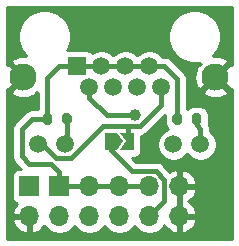
<source format=gbl>
G04 #@! TF.GenerationSoftware,KiCad,Pcbnew,(5.1.10)-1*
G04 #@! TF.CreationDate,2021-11-17T17:41:03-06:00*
G04 #@! TF.ProjectId,RJ45 Clearpath BOB,524a3435-2043-46c6-9561-727061746820,rev?*
G04 #@! TF.SameCoordinates,Original*
G04 #@! TF.FileFunction,Copper,L2,Bot*
G04 #@! TF.FilePolarity,Positive*
%FSLAX46Y46*%
G04 Gerber Fmt 4.6, Leading zero omitted, Abs format (unit mm)*
G04 Created by KiCad (PCBNEW (5.1.10)-1) date 2021-11-17 17:41:03*
%MOMM*%
%LPD*%
G01*
G04 APERTURE LIST*
G04 #@! TA.AperFunction,SMDPad,CuDef*
%ADD10C,0.150000*%
G04 #@! TD*
G04 #@! TA.AperFunction,ComponentPad*
%ADD11C,1.500000*%
G04 #@! TD*
G04 #@! TA.AperFunction,ComponentPad*
%ADD12C,2.300000*%
G04 #@! TD*
G04 #@! TA.AperFunction,ComponentPad*
%ADD13R,1.500000X1.500000*%
G04 #@! TD*
G04 #@! TA.AperFunction,ComponentPad*
%ADD14O,1.700000X1.700000*%
G04 #@! TD*
G04 #@! TA.AperFunction,ComponentPad*
%ADD15R,1.700000X1.700000*%
G04 #@! TD*
G04 #@! TA.AperFunction,ViaPad*
%ADD16C,1.000000*%
G04 #@! TD*
G04 #@! TA.AperFunction,Conductor*
%ADD17C,0.381000*%
G04 #@! TD*
G04 #@! TA.AperFunction,Conductor*
%ADD18C,0.254000*%
G04 #@! TD*
G04 #@! TA.AperFunction,Conductor*
%ADD19C,0.150000*%
G04 #@! TD*
G04 APERTURE END LIST*
G04 #@! TA.AperFunction,SMDPad,CuDef*
G36*
G01*
X231350000Y-104500000D02*
X231350000Y-105050000D01*
G75*
G02*
X231150000Y-105250000I-200000J0D01*
G01*
X230750000Y-105250000D01*
G75*
G02*
X230550000Y-105050000I0J200000D01*
G01*
X230550000Y-104500000D01*
G75*
G02*
X230750000Y-104300000I200000J0D01*
G01*
X231150000Y-104300000D01*
G75*
G02*
X231350000Y-104500000I0J-200000D01*
G01*
G37*
G04 #@! TD.AperFunction*
G04 #@! TA.AperFunction,SMDPad,CuDef*
G36*
G01*
X233000000Y-104500000D02*
X233000000Y-105050000D01*
G75*
G02*
X232800000Y-105250000I-200000J0D01*
G01*
X232400000Y-105250000D01*
G75*
G02*
X232200000Y-105050000I0J200000D01*
G01*
X232200000Y-104500000D01*
G75*
G02*
X232400000Y-104300000I200000J0D01*
G01*
X232800000Y-104300000D01*
G75*
G02*
X233000000Y-104500000I0J-200000D01*
G01*
G37*
G04 #@! TD.AperFunction*
G04 #@! TA.AperFunction,SMDPad,CuDef*
G36*
G01*
X220365000Y-104500000D02*
X220365000Y-105050000D01*
G75*
G02*
X220165000Y-105250000I-200000J0D01*
G01*
X219765000Y-105250000D01*
G75*
G02*
X219565000Y-105050000I0J200000D01*
G01*
X219565000Y-104500000D01*
G75*
G02*
X219765000Y-104300000I200000J0D01*
G01*
X220165000Y-104300000D01*
G75*
G02*
X220365000Y-104500000I0J-200000D01*
G01*
G37*
G04 #@! TD.AperFunction*
G04 #@! TA.AperFunction,SMDPad,CuDef*
G36*
G01*
X222015000Y-104500000D02*
X222015000Y-105050000D01*
G75*
G02*
X221815000Y-105250000I-200000J0D01*
G01*
X221415000Y-105250000D01*
G75*
G02*
X221215000Y-105050000I0J200000D01*
G01*
X221215000Y-104500000D01*
G75*
G02*
X221415000Y-104300000I200000J0D01*
G01*
X221815000Y-104300000D01*
G75*
G02*
X222015000Y-104500000I0J-200000D01*
G01*
G37*
G04 #@! TD.AperFunction*
G04 #@! TA.AperFunction,SMDPad,CuDef*
D10*
G36*
X226335000Y-106680000D02*
G01*
X225835000Y-107430000D01*
X224835000Y-107430000D01*
X224835000Y-105930000D01*
X225835000Y-105930000D01*
X226335000Y-106680000D01*
G37*
G04 #@! TD.AperFunction*
G04 #@! TA.AperFunction,SMDPad,CuDef*
G36*
X227285000Y-107430000D02*
G01*
X226135000Y-107430000D01*
X226635000Y-106680000D01*
X226135000Y-105930000D01*
X227285000Y-105930000D01*
X227285000Y-107430000D01*
G37*
G04 #@! TD.AperFunction*
D11*
X232920000Y-106930000D03*
X230630000Y-106930000D03*
X221490000Y-106930000D03*
X219200000Y-106930000D03*
D12*
X217930000Y-101220000D03*
X234190000Y-101220000D03*
D11*
X229612000Y-102110000D03*
X227580000Y-102110000D03*
X225548000Y-102110000D03*
X223516000Y-102110000D03*
X228596000Y-100330000D03*
X226564000Y-100330000D03*
X224532000Y-100330000D03*
D13*
X222500000Y-100330000D03*
D14*
X231140000Y-113030000D03*
X231140000Y-110490000D03*
X228600000Y-113030000D03*
X228600000Y-110490000D03*
X226060000Y-113030000D03*
X226060000Y-110490000D03*
X223520000Y-113030000D03*
X223520000Y-110490000D03*
X220980000Y-113030000D03*
D15*
X220980000Y-110490000D03*
D14*
X218440000Y-113030000D03*
D15*
X218440000Y-110490000D03*
D16*
X228600000Y-107950000D03*
X223520000Y-96520000D03*
X228600000Y-96520000D03*
X227340000Y-104470000D03*
D17*
X219472672Y-106930000D02*
X219200000Y-106930000D01*
X220667672Y-108125000D02*
X219472672Y-106930000D01*
X221982942Y-108125000D02*
X220667672Y-108125000D01*
X224707942Y-105400000D02*
X221982942Y-108125000D01*
X226785000Y-105400000D02*
X224707942Y-105400000D01*
X226785000Y-106680000D02*
X226785000Y-105400000D01*
X229612000Y-102110000D02*
X229612000Y-103595942D01*
X229612000Y-103595942D02*
X227807441Y-105400501D01*
X227807441Y-105400501D02*
X226785501Y-105400501D01*
X226785501Y-105400501D02*
X226785000Y-105400000D01*
X229875000Y-111755000D02*
X228600000Y-113030000D01*
X229875000Y-109929058D02*
X229875000Y-111755000D01*
X229170942Y-109225000D02*
X229875000Y-109929058D01*
X227130000Y-109225000D02*
X229170942Y-109225000D01*
X225335000Y-107430000D02*
X227130000Y-109225000D01*
X225335000Y-106680000D02*
X225335000Y-107430000D01*
X228596000Y-100330000D02*
X226564000Y-100330000D01*
X224532000Y-100330000D02*
X226564000Y-100330000D01*
X224532000Y-100330000D02*
X222500000Y-100330000D01*
X220980000Y-110490000D02*
X223520000Y-110490000D01*
X223520000Y-110490000D02*
X226060000Y-110490000D01*
X226060000Y-110490000D02*
X228600000Y-110490000D01*
X219965000Y-101345000D02*
X219965000Y-104775000D01*
X220980000Y-100330000D02*
X219965000Y-101345000D01*
X222500000Y-100330000D02*
X220980000Y-100330000D01*
X230950000Y-101410000D02*
X230950000Y-104775000D01*
X229870000Y-100330000D02*
X230950000Y-101410000D01*
X228596000Y-100330000D02*
X229870000Y-100330000D01*
X218685000Y-104775000D02*
X219965000Y-104775000D01*
X217805000Y-105655000D02*
X218685000Y-104775000D01*
X218440000Y-108585000D02*
X217805000Y-107950000D01*
X220306000Y-108585000D02*
X218440000Y-108585000D01*
X217805000Y-107950000D02*
X217805000Y-105655000D01*
X220980000Y-109259000D02*
X220306000Y-108585000D01*
X220980000Y-110490000D02*
X220980000Y-109259000D01*
X223516000Y-102966000D02*
X225020000Y-104470000D01*
X225020000Y-104470000D02*
X227340000Y-104470000D01*
X223516000Y-102110000D02*
X223516000Y-102966000D01*
X232600000Y-105325000D02*
X232600000Y-104775000D01*
X232900000Y-105625000D02*
X232600000Y-105325000D01*
X232900000Y-106910000D02*
X232900000Y-105625000D01*
X232920000Y-106930000D02*
X232900000Y-106910000D01*
X221615000Y-106805000D02*
X221490000Y-106930000D01*
X221615000Y-104775000D02*
X221615000Y-106805000D01*
D18*
X235560001Y-100209214D02*
X235432349Y-100157256D01*
X234369605Y-101220000D01*
X235432349Y-102282744D01*
X235560001Y-102230786D01*
X235560000Y-114910000D01*
X216560000Y-114910000D01*
X216560000Y-113386890D01*
X216998524Y-113386890D01*
X217043175Y-113534099D01*
X217168359Y-113796920D01*
X217342412Y-114030269D01*
X217558645Y-114225178D01*
X217808748Y-114374157D01*
X218083109Y-114471481D01*
X218313000Y-114350814D01*
X218313000Y-113157000D01*
X217119845Y-113157000D01*
X216998524Y-113386890D01*
X216560000Y-113386890D01*
X216560000Y-102230787D01*
X216687651Y-102282744D01*
X217750395Y-101220000D01*
X216687651Y-100157256D01*
X216560000Y-100209213D01*
X216560000Y-99977651D01*
X216867256Y-99977651D01*
X217930000Y-101040395D01*
X217944143Y-101026253D01*
X218123748Y-101205858D01*
X218109605Y-101220000D01*
X218123748Y-101234143D01*
X217944143Y-101413748D01*
X217930000Y-101399605D01*
X216867256Y-102462349D01*
X216981118Y-102742090D01*
X217296296Y-102897961D01*
X217635826Y-102989349D01*
X217986661Y-103012741D01*
X218335319Y-102967240D01*
X218668400Y-102854594D01*
X218878882Y-102742090D01*
X218992743Y-102462351D01*
X219108054Y-102577662D01*
X219139500Y-102546216D01*
X219139501Y-103947474D01*
X219137838Y-103949500D01*
X218725550Y-103949500D01*
X218685000Y-103945506D01*
X218644449Y-103949500D01*
X218644447Y-103949500D01*
X218523174Y-103961444D01*
X218367566Y-104008647D01*
X218224157Y-104085301D01*
X218162596Y-104135823D01*
X218098459Y-104188459D01*
X218072606Y-104219961D01*
X217249961Y-105042607D01*
X217218460Y-105068459D01*
X217192609Y-105099959D01*
X217115301Y-105194158D01*
X217038647Y-105337567D01*
X216991445Y-105493174D01*
X216975506Y-105655000D01*
X216979501Y-105695560D01*
X216979500Y-107909449D01*
X216975506Y-107950000D01*
X216979500Y-107990550D01*
X216979500Y-107990552D01*
X216991444Y-108111825D01*
X217031404Y-108243556D01*
X217038647Y-108267433D01*
X217115301Y-108410842D01*
X217149214Y-108452165D01*
X217218459Y-108536541D01*
X217249965Y-108562397D01*
X217689495Y-109001928D01*
X217590000Y-109001928D01*
X217465518Y-109014188D01*
X217345820Y-109050498D01*
X217235506Y-109109463D01*
X217138815Y-109188815D01*
X217059463Y-109285506D01*
X217000498Y-109395820D01*
X216964188Y-109515518D01*
X216951928Y-109640000D01*
X216951928Y-111340000D01*
X216964188Y-111464482D01*
X217000498Y-111584180D01*
X217059463Y-111694494D01*
X217138815Y-111791185D01*
X217235506Y-111870537D01*
X217345820Y-111929502D01*
X217426466Y-111953966D01*
X217342412Y-112029731D01*
X217168359Y-112263080D01*
X217043175Y-112525901D01*
X216998524Y-112673110D01*
X217119845Y-112903000D01*
X218313000Y-112903000D01*
X218313000Y-112883000D01*
X218567000Y-112883000D01*
X218567000Y-112903000D01*
X218587000Y-112903000D01*
X218587000Y-113157000D01*
X218567000Y-113157000D01*
X218567000Y-114350814D01*
X218796891Y-114471481D01*
X219071252Y-114374157D01*
X219321355Y-114225178D01*
X219537588Y-114030269D01*
X219708900Y-113800594D01*
X219826525Y-113976632D01*
X220033368Y-114183475D01*
X220276589Y-114345990D01*
X220546842Y-114457932D01*
X220833740Y-114515000D01*
X221126260Y-114515000D01*
X221413158Y-114457932D01*
X221683411Y-114345990D01*
X221926632Y-114183475D01*
X222133475Y-113976632D01*
X222250000Y-113802240D01*
X222366525Y-113976632D01*
X222573368Y-114183475D01*
X222816589Y-114345990D01*
X223086842Y-114457932D01*
X223373740Y-114515000D01*
X223666260Y-114515000D01*
X223953158Y-114457932D01*
X224223411Y-114345990D01*
X224466632Y-114183475D01*
X224673475Y-113976632D01*
X224790000Y-113802240D01*
X224906525Y-113976632D01*
X225113368Y-114183475D01*
X225356589Y-114345990D01*
X225626842Y-114457932D01*
X225913740Y-114515000D01*
X226206260Y-114515000D01*
X226493158Y-114457932D01*
X226763411Y-114345990D01*
X227006632Y-114183475D01*
X227213475Y-113976632D01*
X227330000Y-113802240D01*
X227446525Y-113976632D01*
X227653368Y-114183475D01*
X227896589Y-114345990D01*
X228166842Y-114457932D01*
X228453740Y-114515000D01*
X228746260Y-114515000D01*
X229033158Y-114457932D01*
X229303411Y-114345990D01*
X229546632Y-114183475D01*
X229753475Y-113976632D01*
X229875195Y-113794466D01*
X229944822Y-113911355D01*
X230139731Y-114127588D01*
X230373080Y-114301641D01*
X230635901Y-114426825D01*
X230783110Y-114471476D01*
X231013000Y-114350155D01*
X231013000Y-113157000D01*
X231267000Y-113157000D01*
X231267000Y-114350155D01*
X231496890Y-114471476D01*
X231644099Y-114426825D01*
X231906920Y-114301641D01*
X232140269Y-114127588D01*
X232335178Y-113911355D01*
X232484157Y-113661252D01*
X232581481Y-113386891D01*
X232460814Y-113157000D01*
X231267000Y-113157000D01*
X231013000Y-113157000D01*
X230993000Y-113157000D01*
X230993000Y-112903000D01*
X231013000Y-112903000D01*
X231013000Y-110617000D01*
X231267000Y-110617000D01*
X231267000Y-112903000D01*
X232460814Y-112903000D01*
X232581481Y-112673109D01*
X232484157Y-112398748D01*
X232335178Y-112148645D01*
X232140269Y-111932412D01*
X231909120Y-111760000D01*
X232140269Y-111587588D01*
X232335178Y-111371355D01*
X232484157Y-111121252D01*
X232581481Y-110846891D01*
X232460814Y-110617000D01*
X231267000Y-110617000D01*
X231013000Y-110617000D01*
X230993000Y-110617000D01*
X230993000Y-110363000D01*
X231013000Y-110363000D01*
X231013000Y-109169845D01*
X231267000Y-109169845D01*
X231267000Y-110363000D01*
X232460814Y-110363000D01*
X232581481Y-110133109D01*
X232484157Y-109858748D01*
X232335178Y-109608645D01*
X232140269Y-109392412D01*
X231906920Y-109218359D01*
X231644099Y-109093175D01*
X231496890Y-109048524D01*
X231267000Y-109169845D01*
X231013000Y-109169845D01*
X230783110Y-109048524D01*
X230635901Y-109093175D01*
X230373080Y-109218359D01*
X230349398Y-109236023D01*
X229783340Y-108669966D01*
X229757483Y-108638459D01*
X229631784Y-108535301D01*
X229488376Y-108458647D01*
X229332768Y-108411444D01*
X229211495Y-108399500D01*
X229211492Y-108399500D01*
X229170942Y-108395506D01*
X229130392Y-108399500D01*
X227471933Y-108399500D01*
X227140505Y-108068072D01*
X227285000Y-108068072D01*
X227409482Y-108055812D01*
X227529180Y-108019502D01*
X227639494Y-107960537D01*
X227736185Y-107881185D01*
X227815537Y-107784494D01*
X227874502Y-107674180D01*
X227910812Y-107554482D01*
X227923072Y-107430000D01*
X227923072Y-106218607D01*
X227969267Y-106214057D01*
X228124875Y-106166854D01*
X228268283Y-106090200D01*
X228393982Y-105987042D01*
X228419839Y-105955535D01*
X229915921Y-104459454D01*
X229911928Y-104500000D01*
X229911928Y-105050000D01*
X229928031Y-105213500D01*
X229975722Y-105370716D01*
X230053169Y-105515608D01*
X230147619Y-105630696D01*
X229973957Y-105702629D01*
X229747114Y-105854201D01*
X229554201Y-106047114D01*
X229402629Y-106273957D01*
X229298225Y-106526011D01*
X229245000Y-106793589D01*
X229245000Y-107066411D01*
X229298225Y-107333989D01*
X229402629Y-107586043D01*
X229554201Y-107812886D01*
X229747114Y-108005799D01*
X229973957Y-108157371D01*
X230226011Y-108261775D01*
X230493589Y-108315000D01*
X230766411Y-108315000D01*
X231033989Y-108261775D01*
X231286043Y-108157371D01*
X231512886Y-108005799D01*
X231705799Y-107812886D01*
X231775000Y-107709320D01*
X231844201Y-107812886D01*
X232037114Y-108005799D01*
X232263957Y-108157371D01*
X232516011Y-108261775D01*
X232783589Y-108315000D01*
X233056411Y-108315000D01*
X233323989Y-108261775D01*
X233576043Y-108157371D01*
X233802886Y-108005799D01*
X233995799Y-107812886D01*
X234147371Y-107586043D01*
X234251775Y-107333989D01*
X234305000Y-107066411D01*
X234305000Y-106793589D01*
X234251775Y-106526011D01*
X234147371Y-106273957D01*
X233995799Y-106047114D01*
X233802886Y-105854201D01*
X233725500Y-105802493D01*
X233725500Y-105665550D01*
X233729494Y-105624999D01*
X233721615Y-105545000D01*
X233713556Y-105463174D01*
X233666353Y-105307566D01*
X233619834Y-105220537D01*
X233621969Y-105213500D01*
X233638072Y-105050000D01*
X233638072Y-104500000D01*
X233621969Y-104336500D01*
X233574278Y-104179284D01*
X233496831Y-104034392D01*
X233392606Y-103907394D01*
X233265608Y-103803169D01*
X233120716Y-103725722D01*
X232963500Y-103678031D01*
X232800000Y-103661928D01*
X232400000Y-103661928D01*
X232236500Y-103678031D01*
X232079284Y-103725722D01*
X231934392Y-103803169D01*
X231807394Y-103907394D01*
X231775500Y-103946257D01*
X231775500Y-102462349D01*
X233127256Y-102462349D01*
X233241118Y-102742090D01*
X233556296Y-102897961D01*
X233895826Y-102989349D01*
X234246661Y-103012741D01*
X234595319Y-102967240D01*
X234928400Y-102854594D01*
X235138882Y-102742090D01*
X235252744Y-102462349D01*
X234190000Y-101399605D01*
X233127256Y-102462349D01*
X231775500Y-102462349D01*
X231775500Y-101450550D01*
X231779494Y-101410000D01*
X231772959Y-101343647D01*
X231763556Y-101248174D01*
X231716353Y-101092566D01*
X231681610Y-101027567D01*
X231639699Y-100949157D01*
X231562392Y-100854958D01*
X231562389Y-100854955D01*
X231536541Y-100823459D01*
X231505046Y-100797612D01*
X230482398Y-99774965D01*
X230456541Y-99743459D01*
X230330842Y-99640301D01*
X230187434Y-99563647D01*
X230031826Y-99516444D01*
X229910553Y-99504500D01*
X229910550Y-99504500D01*
X229870000Y-99500506D01*
X229829450Y-99504500D01*
X229710143Y-99504500D01*
X229671799Y-99447114D01*
X229478886Y-99254201D01*
X229252043Y-99102629D01*
X228999989Y-98998225D01*
X228732411Y-98945000D01*
X228459589Y-98945000D01*
X228192011Y-98998225D01*
X227939957Y-99102629D01*
X227713114Y-99254201D01*
X227580000Y-99387315D01*
X227446886Y-99254201D01*
X227220043Y-99102629D01*
X226967989Y-98998225D01*
X226700411Y-98945000D01*
X226427589Y-98945000D01*
X226160011Y-98998225D01*
X225907957Y-99102629D01*
X225681114Y-99254201D01*
X225548000Y-99387315D01*
X225414886Y-99254201D01*
X225188043Y-99102629D01*
X224935989Y-98998225D01*
X224668411Y-98945000D01*
X224395589Y-98945000D01*
X224128011Y-98998225D01*
X223875957Y-99102629D01*
X223749202Y-99187324D01*
X223701185Y-99128815D01*
X223604494Y-99049463D01*
X223494180Y-98990498D01*
X223374482Y-98954188D01*
X223250000Y-98941928D01*
X221750000Y-98941928D01*
X221651931Y-98951587D01*
X221712786Y-98860511D01*
X221883149Y-98449218D01*
X221970000Y-98012591D01*
X221970000Y-97567409D01*
X230150000Y-97567409D01*
X230150000Y-98012591D01*
X230236851Y-98449218D01*
X230407214Y-98860511D01*
X230654544Y-99230666D01*
X230969334Y-99545456D01*
X231339489Y-99792786D01*
X231750782Y-99963149D01*
X232187409Y-100050000D01*
X232632591Y-100050000D01*
X232871882Y-100002402D01*
X232832338Y-100041946D01*
X232947649Y-100157257D01*
X232667910Y-100271118D01*
X232512039Y-100586296D01*
X232420651Y-100925826D01*
X232397259Y-101276661D01*
X232442760Y-101625319D01*
X232555406Y-101958400D01*
X232667910Y-102168882D01*
X232947651Y-102282744D01*
X234010395Y-101220000D01*
X233996253Y-101205858D01*
X234175858Y-101026253D01*
X234190000Y-101040395D01*
X235252744Y-99977651D01*
X235138882Y-99697910D01*
X234823704Y-99542039D01*
X234484174Y-99450651D01*
X234133339Y-99427259D01*
X233944177Y-99451945D01*
X234165456Y-99230666D01*
X234412786Y-98860511D01*
X234583149Y-98449218D01*
X234670000Y-98012591D01*
X234670000Y-97567409D01*
X234583149Y-97130782D01*
X234412786Y-96719489D01*
X234165456Y-96349334D01*
X233850666Y-96034544D01*
X233480511Y-95787214D01*
X233069218Y-95616851D01*
X232632591Y-95530000D01*
X232187409Y-95530000D01*
X231750782Y-95616851D01*
X231339489Y-95787214D01*
X230969334Y-96034544D01*
X230654544Y-96349334D01*
X230407214Y-96719489D01*
X230236851Y-97130782D01*
X230150000Y-97567409D01*
X221970000Y-97567409D01*
X221883149Y-97130782D01*
X221712786Y-96719489D01*
X221465456Y-96349334D01*
X221150666Y-96034544D01*
X220780511Y-95787214D01*
X220369218Y-95616851D01*
X219932591Y-95530000D01*
X219487409Y-95530000D01*
X219050782Y-95616851D01*
X218639489Y-95787214D01*
X218269334Y-96034544D01*
X217954544Y-96349334D01*
X217707214Y-96719489D01*
X217536851Y-97130782D01*
X217450000Y-97567409D01*
X217450000Y-98012591D01*
X217536851Y-98449218D01*
X217707214Y-98860511D01*
X217954544Y-99230666D01*
X218170982Y-99447104D01*
X217873339Y-99427259D01*
X217524681Y-99472760D01*
X217191600Y-99585406D01*
X216981118Y-99697910D01*
X216867256Y-99977651D01*
X216560000Y-99977651D01*
X216560000Y-95275000D01*
X235560001Y-95275000D01*
X235560001Y-100209214D01*
G04 #@! TA.AperFunction,Conductor*
D19*
G36*
X235560001Y-100209214D02*
G01*
X235432349Y-100157256D01*
X234369605Y-101220000D01*
X235432349Y-102282744D01*
X235560001Y-102230786D01*
X235560000Y-114910000D01*
X216560000Y-114910000D01*
X216560000Y-113386890D01*
X216998524Y-113386890D01*
X217043175Y-113534099D01*
X217168359Y-113796920D01*
X217342412Y-114030269D01*
X217558645Y-114225178D01*
X217808748Y-114374157D01*
X218083109Y-114471481D01*
X218313000Y-114350814D01*
X218313000Y-113157000D01*
X217119845Y-113157000D01*
X216998524Y-113386890D01*
X216560000Y-113386890D01*
X216560000Y-102230787D01*
X216687651Y-102282744D01*
X217750395Y-101220000D01*
X216687651Y-100157256D01*
X216560000Y-100209213D01*
X216560000Y-99977651D01*
X216867256Y-99977651D01*
X217930000Y-101040395D01*
X217944143Y-101026253D01*
X218123748Y-101205858D01*
X218109605Y-101220000D01*
X218123748Y-101234143D01*
X217944143Y-101413748D01*
X217930000Y-101399605D01*
X216867256Y-102462349D01*
X216981118Y-102742090D01*
X217296296Y-102897961D01*
X217635826Y-102989349D01*
X217986661Y-103012741D01*
X218335319Y-102967240D01*
X218668400Y-102854594D01*
X218878882Y-102742090D01*
X218992743Y-102462351D01*
X219108054Y-102577662D01*
X219139500Y-102546216D01*
X219139501Y-103947474D01*
X219137838Y-103949500D01*
X218725550Y-103949500D01*
X218685000Y-103945506D01*
X218644449Y-103949500D01*
X218644447Y-103949500D01*
X218523174Y-103961444D01*
X218367566Y-104008647D01*
X218224157Y-104085301D01*
X218162596Y-104135823D01*
X218098459Y-104188459D01*
X218072606Y-104219961D01*
X217249961Y-105042607D01*
X217218460Y-105068459D01*
X217192609Y-105099959D01*
X217115301Y-105194158D01*
X217038647Y-105337567D01*
X216991445Y-105493174D01*
X216975506Y-105655000D01*
X216979501Y-105695560D01*
X216979500Y-107909449D01*
X216975506Y-107950000D01*
X216979500Y-107990550D01*
X216979500Y-107990552D01*
X216991444Y-108111825D01*
X217031404Y-108243556D01*
X217038647Y-108267433D01*
X217115301Y-108410842D01*
X217149214Y-108452165D01*
X217218459Y-108536541D01*
X217249965Y-108562397D01*
X217689495Y-109001928D01*
X217590000Y-109001928D01*
X217465518Y-109014188D01*
X217345820Y-109050498D01*
X217235506Y-109109463D01*
X217138815Y-109188815D01*
X217059463Y-109285506D01*
X217000498Y-109395820D01*
X216964188Y-109515518D01*
X216951928Y-109640000D01*
X216951928Y-111340000D01*
X216964188Y-111464482D01*
X217000498Y-111584180D01*
X217059463Y-111694494D01*
X217138815Y-111791185D01*
X217235506Y-111870537D01*
X217345820Y-111929502D01*
X217426466Y-111953966D01*
X217342412Y-112029731D01*
X217168359Y-112263080D01*
X217043175Y-112525901D01*
X216998524Y-112673110D01*
X217119845Y-112903000D01*
X218313000Y-112903000D01*
X218313000Y-112883000D01*
X218567000Y-112883000D01*
X218567000Y-112903000D01*
X218587000Y-112903000D01*
X218587000Y-113157000D01*
X218567000Y-113157000D01*
X218567000Y-114350814D01*
X218796891Y-114471481D01*
X219071252Y-114374157D01*
X219321355Y-114225178D01*
X219537588Y-114030269D01*
X219708900Y-113800594D01*
X219826525Y-113976632D01*
X220033368Y-114183475D01*
X220276589Y-114345990D01*
X220546842Y-114457932D01*
X220833740Y-114515000D01*
X221126260Y-114515000D01*
X221413158Y-114457932D01*
X221683411Y-114345990D01*
X221926632Y-114183475D01*
X222133475Y-113976632D01*
X222250000Y-113802240D01*
X222366525Y-113976632D01*
X222573368Y-114183475D01*
X222816589Y-114345990D01*
X223086842Y-114457932D01*
X223373740Y-114515000D01*
X223666260Y-114515000D01*
X223953158Y-114457932D01*
X224223411Y-114345990D01*
X224466632Y-114183475D01*
X224673475Y-113976632D01*
X224790000Y-113802240D01*
X224906525Y-113976632D01*
X225113368Y-114183475D01*
X225356589Y-114345990D01*
X225626842Y-114457932D01*
X225913740Y-114515000D01*
X226206260Y-114515000D01*
X226493158Y-114457932D01*
X226763411Y-114345990D01*
X227006632Y-114183475D01*
X227213475Y-113976632D01*
X227330000Y-113802240D01*
X227446525Y-113976632D01*
X227653368Y-114183475D01*
X227896589Y-114345990D01*
X228166842Y-114457932D01*
X228453740Y-114515000D01*
X228746260Y-114515000D01*
X229033158Y-114457932D01*
X229303411Y-114345990D01*
X229546632Y-114183475D01*
X229753475Y-113976632D01*
X229875195Y-113794466D01*
X229944822Y-113911355D01*
X230139731Y-114127588D01*
X230373080Y-114301641D01*
X230635901Y-114426825D01*
X230783110Y-114471476D01*
X231013000Y-114350155D01*
X231013000Y-113157000D01*
X231267000Y-113157000D01*
X231267000Y-114350155D01*
X231496890Y-114471476D01*
X231644099Y-114426825D01*
X231906920Y-114301641D01*
X232140269Y-114127588D01*
X232335178Y-113911355D01*
X232484157Y-113661252D01*
X232581481Y-113386891D01*
X232460814Y-113157000D01*
X231267000Y-113157000D01*
X231013000Y-113157000D01*
X230993000Y-113157000D01*
X230993000Y-112903000D01*
X231013000Y-112903000D01*
X231013000Y-110617000D01*
X231267000Y-110617000D01*
X231267000Y-112903000D01*
X232460814Y-112903000D01*
X232581481Y-112673109D01*
X232484157Y-112398748D01*
X232335178Y-112148645D01*
X232140269Y-111932412D01*
X231909120Y-111760000D01*
X232140269Y-111587588D01*
X232335178Y-111371355D01*
X232484157Y-111121252D01*
X232581481Y-110846891D01*
X232460814Y-110617000D01*
X231267000Y-110617000D01*
X231013000Y-110617000D01*
X230993000Y-110617000D01*
X230993000Y-110363000D01*
X231013000Y-110363000D01*
X231013000Y-109169845D01*
X231267000Y-109169845D01*
X231267000Y-110363000D01*
X232460814Y-110363000D01*
X232581481Y-110133109D01*
X232484157Y-109858748D01*
X232335178Y-109608645D01*
X232140269Y-109392412D01*
X231906920Y-109218359D01*
X231644099Y-109093175D01*
X231496890Y-109048524D01*
X231267000Y-109169845D01*
X231013000Y-109169845D01*
X230783110Y-109048524D01*
X230635901Y-109093175D01*
X230373080Y-109218359D01*
X230349398Y-109236023D01*
X229783340Y-108669966D01*
X229757483Y-108638459D01*
X229631784Y-108535301D01*
X229488376Y-108458647D01*
X229332768Y-108411444D01*
X229211495Y-108399500D01*
X229211492Y-108399500D01*
X229170942Y-108395506D01*
X229130392Y-108399500D01*
X227471933Y-108399500D01*
X227140505Y-108068072D01*
X227285000Y-108068072D01*
X227409482Y-108055812D01*
X227529180Y-108019502D01*
X227639494Y-107960537D01*
X227736185Y-107881185D01*
X227815537Y-107784494D01*
X227874502Y-107674180D01*
X227910812Y-107554482D01*
X227923072Y-107430000D01*
X227923072Y-106218607D01*
X227969267Y-106214057D01*
X228124875Y-106166854D01*
X228268283Y-106090200D01*
X228393982Y-105987042D01*
X228419839Y-105955535D01*
X229915921Y-104459454D01*
X229911928Y-104500000D01*
X229911928Y-105050000D01*
X229928031Y-105213500D01*
X229975722Y-105370716D01*
X230053169Y-105515608D01*
X230147619Y-105630696D01*
X229973957Y-105702629D01*
X229747114Y-105854201D01*
X229554201Y-106047114D01*
X229402629Y-106273957D01*
X229298225Y-106526011D01*
X229245000Y-106793589D01*
X229245000Y-107066411D01*
X229298225Y-107333989D01*
X229402629Y-107586043D01*
X229554201Y-107812886D01*
X229747114Y-108005799D01*
X229973957Y-108157371D01*
X230226011Y-108261775D01*
X230493589Y-108315000D01*
X230766411Y-108315000D01*
X231033989Y-108261775D01*
X231286043Y-108157371D01*
X231512886Y-108005799D01*
X231705799Y-107812886D01*
X231775000Y-107709320D01*
X231844201Y-107812886D01*
X232037114Y-108005799D01*
X232263957Y-108157371D01*
X232516011Y-108261775D01*
X232783589Y-108315000D01*
X233056411Y-108315000D01*
X233323989Y-108261775D01*
X233576043Y-108157371D01*
X233802886Y-108005799D01*
X233995799Y-107812886D01*
X234147371Y-107586043D01*
X234251775Y-107333989D01*
X234305000Y-107066411D01*
X234305000Y-106793589D01*
X234251775Y-106526011D01*
X234147371Y-106273957D01*
X233995799Y-106047114D01*
X233802886Y-105854201D01*
X233725500Y-105802493D01*
X233725500Y-105665550D01*
X233729494Y-105624999D01*
X233721615Y-105545000D01*
X233713556Y-105463174D01*
X233666353Y-105307566D01*
X233619834Y-105220537D01*
X233621969Y-105213500D01*
X233638072Y-105050000D01*
X233638072Y-104500000D01*
X233621969Y-104336500D01*
X233574278Y-104179284D01*
X233496831Y-104034392D01*
X233392606Y-103907394D01*
X233265608Y-103803169D01*
X233120716Y-103725722D01*
X232963500Y-103678031D01*
X232800000Y-103661928D01*
X232400000Y-103661928D01*
X232236500Y-103678031D01*
X232079284Y-103725722D01*
X231934392Y-103803169D01*
X231807394Y-103907394D01*
X231775500Y-103946257D01*
X231775500Y-102462349D01*
X233127256Y-102462349D01*
X233241118Y-102742090D01*
X233556296Y-102897961D01*
X233895826Y-102989349D01*
X234246661Y-103012741D01*
X234595319Y-102967240D01*
X234928400Y-102854594D01*
X235138882Y-102742090D01*
X235252744Y-102462349D01*
X234190000Y-101399605D01*
X233127256Y-102462349D01*
X231775500Y-102462349D01*
X231775500Y-101450550D01*
X231779494Y-101410000D01*
X231772959Y-101343647D01*
X231763556Y-101248174D01*
X231716353Y-101092566D01*
X231681610Y-101027567D01*
X231639699Y-100949157D01*
X231562392Y-100854958D01*
X231562389Y-100854955D01*
X231536541Y-100823459D01*
X231505046Y-100797612D01*
X230482398Y-99774965D01*
X230456541Y-99743459D01*
X230330842Y-99640301D01*
X230187434Y-99563647D01*
X230031826Y-99516444D01*
X229910553Y-99504500D01*
X229910550Y-99504500D01*
X229870000Y-99500506D01*
X229829450Y-99504500D01*
X229710143Y-99504500D01*
X229671799Y-99447114D01*
X229478886Y-99254201D01*
X229252043Y-99102629D01*
X228999989Y-98998225D01*
X228732411Y-98945000D01*
X228459589Y-98945000D01*
X228192011Y-98998225D01*
X227939957Y-99102629D01*
X227713114Y-99254201D01*
X227580000Y-99387315D01*
X227446886Y-99254201D01*
X227220043Y-99102629D01*
X226967989Y-98998225D01*
X226700411Y-98945000D01*
X226427589Y-98945000D01*
X226160011Y-98998225D01*
X225907957Y-99102629D01*
X225681114Y-99254201D01*
X225548000Y-99387315D01*
X225414886Y-99254201D01*
X225188043Y-99102629D01*
X224935989Y-98998225D01*
X224668411Y-98945000D01*
X224395589Y-98945000D01*
X224128011Y-98998225D01*
X223875957Y-99102629D01*
X223749202Y-99187324D01*
X223701185Y-99128815D01*
X223604494Y-99049463D01*
X223494180Y-98990498D01*
X223374482Y-98954188D01*
X223250000Y-98941928D01*
X221750000Y-98941928D01*
X221651931Y-98951587D01*
X221712786Y-98860511D01*
X221883149Y-98449218D01*
X221970000Y-98012591D01*
X221970000Y-97567409D01*
X230150000Y-97567409D01*
X230150000Y-98012591D01*
X230236851Y-98449218D01*
X230407214Y-98860511D01*
X230654544Y-99230666D01*
X230969334Y-99545456D01*
X231339489Y-99792786D01*
X231750782Y-99963149D01*
X232187409Y-100050000D01*
X232632591Y-100050000D01*
X232871882Y-100002402D01*
X232832338Y-100041946D01*
X232947649Y-100157257D01*
X232667910Y-100271118D01*
X232512039Y-100586296D01*
X232420651Y-100925826D01*
X232397259Y-101276661D01*
X232442760Y-101625319D01*
X232555406Y-101958400D01*
X232667910Y-102168882D01*
X232947651Y-102282744D01*
X234010395Y-101220000D01*
X233996253Y-101205858D01*
X234175858Y-101026253D01*
X234190000Y-101040395D01*
X235252744Y-99977651D01*
X235138882Y-99697910D01*
X234823704Y-99542039D01*
X234484174Y-99450651D01*
X234133339Y-99427259D01*
X233944177Y-99451945D01*
X234165456Y-99230666D01*
X234412786Y-98860511D01*
X234583149Y-98449218D01*
X234670000Y-98012591D01*
X234670000Y-97567409D01*
X234583149Y-97130782D01*
X234412786Y-96719489D01*
X234165456Y-96349334D01*
X233850666Y-96034544D01*
X233480511Y-95787214D01*
X233069218Y-95616851D01*
X232632591Y-95530000D01*
X232187409Y-95530000D01*
X231750782Y-95616851D01*
X231339489Y-95787214D01*
X230969334Y-96034544D01*
X230654544Y-96349334D01*
X230407214Y-96719489D01*
X230236851Y-97130782D01*
X230150000Y-97567409D01*
X221970000Y-97567409D01*
X221883149Y-97130782D01*
X221712786Y-96719489D01*
X221465456Y-96349334D01*
X221150666Y-96034544D01*
X220780511Y-95787214D01*
X220369218Y-95616851D01*
X219932591Y-95530000D01*
X219487409Y-95530000D01*
X219050782Y-95616851D01*
X218639489Y-95787214D01*
X218269334Y-96034544D01*
X217954544Y-96349334D01*
X217707214Y-96719489D01*
X217536851Y-97130782D01*
X217450000Y-97567409D01*
X217450000Y-98012591D01*
X217536851Y-98449218D01*
X217707214Y-98860511D01*
X217954544Y-99230666D01*
X218170982Y-99447104D01*
X217873339Y-99427259D01*
X217524681Y-99472760D01*
X217191600Y-99585406D01*
X216981118Y-99697910D01*
X216867256Y-99977651D01*
X216560000Y-99977651D01*
X216560000Y-95275000D01*
X235560001Y-95275000D01*
X235560001Y-100209214D01*
G37*
G04 #@! TD.AperFunction*
M02*

</source>
